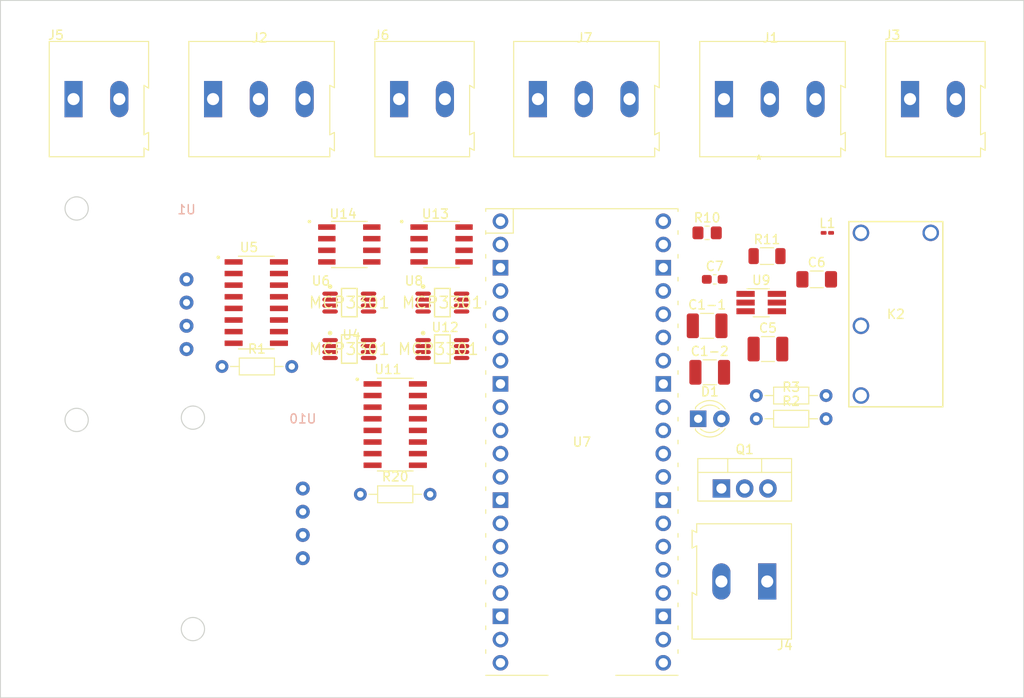
<source format=kicad_pcb>
(kicad_pcb (version 20221018) (generator pcbnew)
  (layers (0 "F.Cu" signal) (31 "B.Cu" signal) (34 "B.Paste" user) (35 "F.Paste" user) (36 "B.SilkS" user "B.Silkscreen") (37 "F.SilkS" user "F.Silkscreen") (38 "B.Mask" user) (39 "F.Mask" user) (44 "Edge.Cuts" user))
  (net 0 "")
  (net 1 "3.3V")
  (net 2 "5V")
  (net 3 "GND")
  (net 4 "DAC_ACTIVE")
  (net 5 "Net-(U9-FB)")
  (net 6 "+5V")
  (net 7 "CLK")
  (net 8 "12V")
  (net 9 "Net-(U9-BST)")
  (net 10 "Net-(U9-SW)")
  (net 11 "Net-(D1-K)")
  (net 12 "relay_module_input")
  (net 13 "pressure_input1")
  (net 14 "pressure_output1")
  (net 17 "Net-(J4-Pin_2)")
  (net 18 "pressure_input2")
  (net 19 "pressure_output2")
  (net 21 "GPIO5")
  (net 22 "Net-(R1-Pad1)")
  (net 23 "Net-(R1-Pad2)")
  (net 24 "Net-(R20-Pad1)")
  (net 25 "Net-(R20-Pad2)")
  (net 26 "pressure_output_reg2")
  (net 27 "ADC_2_ACTIVE")
  (net 28 "MISO_3V_reg2")
  (net 30 "Net-(U1-+out)")
  (net 31 "Net-(U1--out)")
  (net 32 "Net-(U5-SENSE)")
  (net 37 "ADC_1_ACTIVE")
  (net 38 "MISO_reg1")
  (net 39 "pressure_output_reg1")
  (net 40 "MISO_3V_reg1")
  (net 42 "Net-(U10-+out)")
  (net 43 "Net-(U10--out)")
  (net 44 "Net-(U11-SENSE)")
  (net 49 "MISO_reg2")
  (net 50 "MOSI_reg2")
  (net 51 "MOSI_reg1")
  (net 56 "DAC_1_ACTIVE")
  (net 57 "DAC_2_ACTIVE")
  (footprint "IN125UA:SOIC127P600X175-16N" (layer "F.Cu") (at 88.9 101.6)
    (fp_text reference "U5" (at -0.795 -6.035) (layer "F.SilkS"))
    (fp_text value "INA125P")
    (fp_line (start -1.95 -5.065) (end 1.95 -5.065) (stroke (width 0.127)) (layer "F.SilkS"))
    (fp_line (start -1.95 5.065) (end 1.95 5.065) (stroke (width 0.127)) (layer "F.SilkS"))
    (fp_circle (center -4.145 -4.945) (end -4.045 -4.945) (stroke (width 0.2)) (fill none) (layer "F.SilkS"))
    (pad "1" smd roundrect (at -2.475 -4.445) (size 1.97 0.6) (layers "F.Cu" "F.Paste" "F.Mask") (roundrect_rratio 0.07) (net 2 "5V"))
    (pad "2" smd roundrect (at -2.475 -3.175) (size 1.97 0.6) (layers "F.Cu" "F.Paste" "F.Mask") (roundrect_rratio 0.07) (net 2 "5V"))
    (pad "3" smd roundrect (at -2.475 -1.905) (size 1.97 0.6) (layers "F.Cu" "F.Paste" "F.Mask") (roundrect_rratio 0.07) (net 3 "GND"))
    (pad "4" smd roundrect (at -2.475 -0.635) (size 1.97 0.6) (layers "F.Cu" "F.Paste" "F.Mask") (roundrect_rratio 0.07))
    (pad "5" smd roundrect (at -2.475 0.635) (size 1.97 0.6) (layers "F.Cu" "F.Paste" "F.Mask") (roundrect_rratio 0.07) (net 3 "GND"))
    (pad "6" smd roundrect (at -2.475 1.905) (size 1.97 0.6) (layers "F.Cu" "F.Paste" "F.Mask") (roundrect_rratio 0.07) (net 30 "Net-(U1-+out)"))
    (pad "7" smd roundrect (at -2.475 3.175) (size 1.97 0.6) (layers "F.Cu" "F.Paste" "F.Mask") (roundrect_rratio 0.07) (net 31 "Net-(U1--out)"))
    (pad "8" smd roundrect (at -2.475 4.445) (size 1.97 0.6) (layers "F.Cu" "F.Paste" "F.Mask") (roundrect_rratio 0.07) (net 22 "Net-(R1-Pad1)"))
    (pad "9" smd roundrect (at 2.475 4.445) (size 1.97 0.6) (layers "F.Cu" "F.Paste" "F.Mask") (roundrect_rratio 0.07) (net 23 "Net-(R1-Pad2)"))
    (pad "10" smd roundrect (at 2.475 3.175) (size 1.97 0.6) (layers "F.Cu" "F.Paste" "F.Mask") (roundrect_rratio 0.07) (net 32 "Net-(U5-SENSE)"))
    (pad "11" smd roundrect (at 2.475 1.905) (size 1.97 0.6) (layers "F.Cu" "F.Paste" "F.Mask") (roundrect_rratio 0.07) (net 32 "Net-(U5-SENSE)"))
    (pad "12" smd roundrect (at 2.475 0.635) (size 1.97 0.6) (layers "F.Cu" "F.Paste" "F.Mask") (roundrect_rratio 0.07) (net 3 "GND"))
    (pad "13" smd roundrect (at 2.475 -0.635) (size 1.97 0.6) (layers "F.Cu" "F.Paste" "F.Mask") (roundrect_rratio 0.07))
    (pad "14" smd roundrect (at 2.475 -1.905) (size 1.97 0.6) (layers "F.Cu" "F.Paste" "F.Mask") (roundrect_rratio 0.07))
    (pad "15" smd roundrect (at 2.475 -3.175) (size 1.97 0.6) (layers "F.Cu" "F.Paste" "F.Mask") (roundrect_rratio 0.07))
    (pad "16" smd roundrect (at 2.475 -4.445) (size 1.97 0.6) (layers "F.Cu" "F.Paste" "F.Mask") (roundrect_rratio 0.07))
  )
  (footprint "TerminalBlock:TerminalBlock_Altech_AK300-3_P5.00mm" (layer "F.Cu") (at 139.98 79.36)
    (fp_text reference "J1" (at 5.09 -6.695) (layer "F.SilkS"))
    (fp_text value "Screw_Terminal_01x03")
    (fp_line (start -2.65 -6.3) (end -2.65 6.3) (stroke (width 0.12)) (layer "F.SilkS"))
    (fp_line (start -2.65 6.3) (end 12.75 6.3) (stroke (width 0.12)) (layer "F.SilkS"))
    (fp_line (start 12.75 -1.5) (end 13.25 -1.25) (stroke (width 0.12)) (layer "F.SilkS"))
    (fp_line (start 12.75 3.9) (end 12.75 -1.5) (stroke (width 0.12)) (layer "F.SilkS"))
    (fp_line (start 12.75 5.35) (end 13.25 5.65) (stroke (width 0.12)) (layer "F.SilkS"))
    (fp_line (start 12.75 6.3) (end 12.75 5.35) (stroke (width 0.12)) (layer "F.SilkS"))
    (fp_line (start 13.25 -6.3) (end -2.65 -6.3) (stroke (width 0.12)) (layer "F.SilkS"))
    (fp_line (start 13.25 -1.25) (end 13.25 -6.3) (stroke (width 0.12)) (layer "F.SilkS"))
    (fp_line (start 13.25 3.65) (end 12.75 3.9) (stroke (width 0.12)) (layer "F.SilkS"))
    (fp_line (start 13.25 5.65) (end 13.25 3.65) (stroke (width 0.12)) (layer "F.SilkS"))
    (pad "1" thru_hole rect (at 0 0) (size 1.98 3.96) (drill 1.32) (layers "*.Cu" "*.Mask") (net 8 "12V"))
    (pad "2" thru_hole oval (at 5 0) (size 1.98 3.96) (drill 1.32) (layers "*.Cu" "*.Mask") (net 3 "GND"))
    (pad "3" thru_hole oval (at 10 0) (size 1.98 3.96) (drill 1.32) (layers "*.Cu" "*.Mask") (net 12 "relay_module_input"))
  )
  (footprint "TerminalBlock:TerminalBlock_Altech_AK300-3_P5.00mm" (layer "F.Cu") (at 119.66 79.36)
    (fp_text reference "J7" (at 5.09 -6.695) (layer "F.SilkS"))
    (fp_text value "Screw_Terminal_01x03")
    (fp_line (start -2.65 -6.3) (end -2.65 6.3) (stroke (width 0.12)) (layer "F.SilkS"))
    (fp_line (start -2.65 6.3) (end 12.75 6.3) (stroke (width 0.12)) (layer "F.SilkS"))
    (fp_line (start 12.75 -1.5) (end 13.25 -1.25) (stroke (width 0.12)) (layer "F.SilkS"))
    (fp_line (start 12.75 3.9) (end 12.75 -1.5) (stroke (width 0.12)) (layer "F.SilkS"))
    (fp_line (start 12.75 5.35) (end 13.25 5.65) (stroke (width 0.12)) (layer "F.SilkS"))
    (fp_line (start 12.75 6.3) (end 12.75 5.35) (stroke (width 0.12)) (layer "F.SilkS"))
    (fp_line (start 13.25 -6.3) (end -2.65 -6.3) (stroke (width 0.12)) (layer "F.SilkS"))
    (fp_line (start 13.25 -1.25) (end 13.25 -6.3) (stroke (width 0.12)) (layer "F.SilkS"))
    (fp_line (start 13.25 3.65) (end 12.75 3.9) (stroke (width 0.12)) (layer "F.SilkS"))
    (fp_line (start 13.25 5.65) (end 13.25 3.65) (stroke (width 0.12)) (layer "F.SilkS"))
    (pad "1" thru_hole rect (at 0 0) (size 1.98 3.96) (drill 1.32) (layers "*.Cu" "*.Mask") (net 18 "pressure_input2"))
    (pad "2" thru_hole oval (at 5 0) (size 1.98 3.96) (drill 1.32) (layers "*.Cu" "*.Mask") (net 19 "pressure_output2"))
    (pad "3" thru_hole oval (at 10 0) (size 1.98 3.96) (drill 1.32) (layers "*.Cu" "*.Mask"))
  )
  (footprint "Inductor_SMD:L_0201_0603Metric_Pad0.64x0.40mm_HandSolder" (layer "F.Cu") (at 151.27 93.98)
    (fp_text reference "L1" (at 0 -1.05) (layer "F.SilkS"))
    (fp_text value "4.7u")
    (pad "1" smd roundrect (at -0.4075 0) (size 0.635 0.4) (layers "F.Cu" "F.Mask") (net 10 "Net-(U9-SW)"))
    (pad "2" smd roundrect (at 0.4075 0) (size 0.635 0.4) (layers "F.Cu" "F.Mask") (net 6 "+5V"))
  )
  (footprint "Capacitor_SMD:C_1210_3225Metric_Pad1.33x2.70mm_HandSolder" (layer "F.Cu") (at 144.78 106.68)
    (fp_text reference "C5" (at 0 -2.3) (layer "F.SilkS"))
    (fp_text value "10μ")
    (fp_line (start -0.711252 -1.36) (end 0.711252 -1.36) (stroke (width 0.12)) (layer "F.SilkS"))
    (fp_line (start -0.711252 1.36) (end 0.711252 1.36) (stroke (width 0.12)) (layer "F.SilkS"))
    (pad "1" smd roundrect (at -1.5625 0) (size 1.325 2.7) (layers "F.Cu" "F.Paste" "F.Mask") (roundrect_rratio 0.188679) (net 8 "12V"))
    (pad "2" smd roundrect (at 1.5625 0) (size 1.325 2.7) (layers "F.Cu" "F.Paste" "F.Mask") (roundrect_rratio 0.188679) (net 3 "GND"))
  )
  (footprint "MCP3301-MS:Microchip-MCP3301-BI_MS-Level_B" (layer "F.Cu") (at 109.22 101.6)
    (fp_text reference "U8" (at -4.199999 -2.375003) (layer "F.SilkS") (effects (justify left)))
    (fp_text value "MCP3301" (at 0 0) (layer "F.SilkS") (effects (font (size 1.27 1.27))))
    (fp_line (start -0.849998 -1.550002) (end 0.850001 -1.550002) (stroke (width 0.15)) (layer "F.SilkS"))
    (fp_line (start -0.849998 1.549997) (end -0.849998 -1.550002) (stroke (width 0.15)) (layer "F.SilkS"))
    (fp_line (start -0.849998 1.549997) (end 0.850001 1.549997) (stroke (width 0.15)) (layer "F.SilkS"))
    (fp_line (start 0.850001 1.549997) (end 0.850001 -1.550002) (stroke (width 0.15)) (layer "F.SilkS"))
    (fp_circle (center -2.099998 -1.750002) (end -1.974997 -1.750002) (stroke (width 0.249999)) (fill none) (layer "F.SilkS"))
    (pad "1" smd roundrect (at -2.099998 -0.975002 270) (size 0.449999 1.699999) (layers "F.Cu" "F.Paste" "F.Mask") (roundrect_rratio 0.5) (net 2 "5V"))
    (pad "2" smd roundrect (at -2.099998 -0.325001 270) (size 0.449999 1.699999) (layers "F.Cu" "F.Paste" "F.Mask") (roundrect_rratio 0.5) (net 39 "pressure_output_reg1"))
    (pad "3" smd roundrect (at -2.099998 0.324998 270) (size 0.449999 1.699999) (layers "F.Cu" "F.Paste" "F.Mask") (roundrect_rratio 0.5) (net 3 "GND"))
    (pad "4" smd roundrect (at -2.099998 0.974999 270) (size 0.449999 1.699999) (layers "F.Cu" "F.Paste" "F.Mask") (roundrect_rratio 0.5) (net 3 "GND"))
    (pad "5" smd roundrect (at 2.100001 0.974999 270) (size 0.449999 1.699999) (layers "F.Cu" "F.Paste" "F.Mask") (roundrect_rratio 0.5) (net 37 "ADC_1_ACTIVE"))
    (pad "6" smd roundrect (at 2.100001 0.324998 270) (size 0.449999 1.699999) (layers "F.Cu" "F.Paste" "F.Mask") (roundrect_rratio 0.5) (net 40 "MISO_3V_reg1"))
    (pad "7" smd roundrect (at 2.100001 -0.325001 270) (size 0.449999 1.699999) (layers "F.Cu" "F.Paste" "F.Mask") (roundrect_rratio 0.5) (net 7 "CLK"))
    (pad "8" smd roundrect (at 2.100001 -0.975002 270) (size 0.449999 1.699999) (layers "F.Cu" "F.Paste" "F.Mask") (roundrect_rratio 0.5) (net 2 "5V"))
  )
  (footprint "TerminalBlock:TerminalBlock_Altech_AK300-3_P5.00mm" (layer "F.Cu") (at 84.18 79.36)
    (fp_text reference "J2" (at 5.09 -6.695) (layer "F.SilkS"))
    (fp_text value "Screw_Terminal_01x03")
    (fp_line (start -2.65 -6.3) (end -2.65 6.3) (stroke (width 0.12)) (layer "F.SilkS"))
    (fp_line (start -2.65 6.3) (end 12.75 6.3) (stroke (width 0.12)) (layer "F.SilkS"))
    (fp_line (start 12.75 -1.5) (end 13.25 -1.25) (stroke (width 0.12)) (layer "F.SilkS"))
    (fp_line (start 12.75 3.9) (end 12.75 -1.5) (stroke (width 0.12)) (layer "F.SilkS"))
    (fp_line (start 12.75 5.35) (end 13.25 5.65) (stroke (width 0.12)) (layer "F.SilkS"))
    (fp_line (start 12.75 6.3) (end 12.75 5.35) (stroke (width 0.12)) (layer "F.SilkS"))
    (fp_line (start 13.25 -6.3) (end -2.65 -6.3) (stroke (width 0.12)) (layer "F.SilkS"))
    (fp_line (start 13.25 -1.25) (end 13.25 -6.3) (stroke (width 0.12)) (layer "F.SilkS"))
    (fp_line (start 13.25 3.65) (end 12.75 3.9) (stroke (width 0.12)) (layer "F.SilkS"))
    (fp_line (start 13.25 5.65) (end 13.25 3.65) (stroke (width 0.12)) (layer "F.SilkS"))
    (pad "1" thru_hole rect (at 0 0) (size 1.98 3.96) (drill 1.32) (layers "*.Cu" "*.Mask") (net 13 "pressure_input1"))
    (pad "2" thru_hole oval (at 5 0) (size 1.98 3.96) (drill 1.32) (layers "*.Cu" "*.Mask") (net 14 "pressure_output1"))
    (pad "3" thru_hole oval (at 10 0) (size 1.98 3.96) (drill 1.32) (layers "*.Cu" "*.Mask"))
  )
  (footprint "MCP3301-MS:Microchip-MCP3301-BI_MS-Level_B" (layer "F.Cu") (at 109.22 106.68)
    (fp_text reference "U12" (at -1.27 -2.375003) (layer "F.SilkS") (effects (justify left)))
    (fp_text value "MCP3301" (at -0.439999 -0.000002) (layer "F.SilkS") (effects (font (size 1.27 1.27))))
    (fp_line (start -0.849998 -1.550002) (end 0.850001 -1.550002) (stroke (width 0.15)) (layer "F.SilkS"))
    (fp_line (start -0.849998 1.549997) (end -0.849998 -1.550002) (stroke (width 0.15)) (layer "F.SilkS"))
    (fp_line (start -0.849998 1.549997) (end 0.850001 1.549997) (stroke (width 0.15)) (layer "F.SilkS"))
    (fp_line (start 0.850001 1.549997) (end 0.850001 -1.550002) (stroke (width 0.15)) (layer "F.SilkS"))
    (fp_circle (center -2.099998 -1.750002) (end -1.974997 -1.750002) (stroke (width 0.249999)) (fill none) (layer "F.SilkS"))
    (pad "1" smd roundrect (at -2.099998 -0.975002 270) (size 0.449999 1.699999) (layers "F.Cu" "F.Paste" "F.Mask") (roundrect_rratio 0.5) (net 2 "5V"))
    (pad "2" smd roundrect (at -2.099998 -0.325001 270) (size 0.449999 1.699999) (layers "F.Cu" "F.Paste" "F.Mask") (roundrect_rratio 0.5) (net 44 "Net-(U11-SENSE)"))
    (pad "3" smd roundrect (at -2.099998 0.324998 270) (size 0.449999 1.699999) (layers "F.Cu" "F.Paste" "F.Mask") (roundrect_rratio 0.5) (net 3 "GND"))
    (pad "4" smd roundrect (at -2.099998 0.974999 270) (size 0.449999 1.699999) (layers "F.Cu" "F.Paste" "F.Mask") (roundrect_rratio 0.5) (net 3 "GND"))
    (pad "5" smd roundrect (at 2.100001 0.974999 270) (size 0.449999 1.699999) (layers "F.Cu" "F.Paste" "F.Mask") (roundrect_rratio 0.5) (net 37 "ADC_1_ACTIVE"))
    (pad "6" smd roundrect (at 2.100001 0.324998 270) (size 0.449999 1.699999) (layers "F.Cu" "F.Paste" "F.Mask") (roundrect_rratio 0.5) (net 49 "MISO_reg2"))
    (pad "7" smd roundrect (at 2.100001 -0.325001 270) (size 0.449999 1.699999) (layers "F.Cu" "F.Paste" "F.Mask") (roundrect_rratio 0.5) (net 7 "CLK"))
    (pad "8" smd roundrect (at 2.100001 -0.975002 270) (size 0.449999 1.699999) (layers "F.Cu" "F.Paste" "F.Mask") (roundrect_rratio 0.5) (net 2 "5V"))
  )
  (footprint "LED_THT:LED_D3.0mm" (layer "F.Cu") (at 137.16 114.3)
    (fp_text reference "D1" (at 1.27 -2.96) (layer "F.SilkS"))
    (fp_text value "LED")
    (fp_line (start -0.29 -1.236) (end -0.29 -1.08) (stroke (width 0.12)) (layer "F.SilkS"))
    (fp_line (start -0.29 1.08) (end -0.29 1.236) (stroke (width 0.12)) (layer "F.SilkS"))
    (fp_arc (start -0.29 -1.235516) (mid 1.366487 -1.987659) (end 2.942335 -1.078608) (stroke (width 0.12)) (layer "F.SilkS"))
    (fp_arc (start 0.229039 -1.08) (mid 1.270117 -1.5) (end 2.31113 -1.079837) (stroke (width 0.12)) (layer "F.SilkS"))
    (fp_arc (start 2.31113 1.079837) (mid 1.270117 1.5) (end 0.229039 1.08) (stroke (width 0.12)) (layer "F.SilkS"))
    (fp_arc (start 2.942335 1.078608) (mid 1.366487 1.987659) (end -0.29 1.235516) (stroke (width 0.12)) (layer "F.SilkS"))
    (pad "1" thru_hole rect (at 0 0) (size 1.8 1.8) (drill 0.9) (layers "*.Cu" "*.Mask") (net 11 "Net-(D1-K)"))
    (pad "2" thru_hole circle (at 2.54 0) (size 1.8 1.8) (drill 0.9) (layers "*.Cu" "*.Mask") (net 2 "5V"))
  )
  (footprint "ALQ_RELAy:RELAY_ALQ3_PAN" (layer "F.Cu") (at 154.94 93.98)
    (fp_text reference "K2" (at 3.81 8.89 unlocked) (layer "F.SilkS"))
    (fp_text value "ALQ305")
    (fp_text user "*" (at -11.15 -7.9398) (layer "F.SilkS"))
    (fp_text user "*" (at -11.15 -7.9398 unlocked) (layer "F.SilkS"))
    (fp_line (start -1.3208 -1.2319) (end -1.3208 19.0119) (stroke (width 0.1524)) (layer "F.SilkS"))
    (fp_line (start -1.3208 19.0119) (end -0.079149 19.0119) (stroke (width 0.1524)) (layer "F.SilkS"))
    (fp_line (start -0.079149 -1.2319) (end -1.3208 -1.2319) (stroke (width 0.1524)) (layer "F.SilkS"))
    (fp_line (start 0.079149 19.0119) (end 8.9408 19.0119) (stroke (width 0.1524)) (layer "F.SilkS"))
    (fp_line (start 7.540851 -1.2319) (end 0.079149 -1.2319) (stroke (width 0.1524)) (layer "F.SilkS"))
    (fp_line (start 8.9408 -1.2319) (end 7.699149 -1.2319) (stroke (width 0.1524)) (layer "F.SilkS"))
    (fp_line (start 8.9408 19.0119) (end 8.9408 -1.2319) (stroke (width 0.1524)) (layer "F.SilkS"))
    (pad "1" thru_hole circle (at 0 0) (size 1.8034 1.8034) (drill 1.2954) (layers "*.Cu" "*.Mask"))
    (pad "2" thru_hole circle (at 7.62 0) (size 1.8034 1.8034) (drill 1.2954) (layers "*.Cu" "*.Mask"))
    (pad "3" thru_hole circle (at 0 10.16) (size 1.8034 1.8034) (drill 1.2954) (layers "*.Cu" "*.Mask"))
    (pad "4" thru_hole circle (at 0 17.78) (size 1.8034 1.8034) (drill 1.2954) (layers "*.Cu" "*.Mask"))
  )
  (footprint "Resistor_THT:R_Axial_DIN0204_L3.6mm_D1.6mm_P7.62mm_Horizontal" (layer "F.Cu") (at 143.51 111.76)
    (fp_text reference "R3" (at 3.81 -0.92) (layer "F.SilkS"))
    (fp_text value "220")
    (fp_line (start 0.94 0) (end 1.89 0) (stroke (width 0.12)) (layer "F.SilkS"))
    (fp_line (start 1.89 -0.92) (end 1.89 0.92) (stroke (width 0.12)) (layer "F.SilkS"))
    (fp_line (start 1.89 0.92) (end 5.73 0.92) (stroke (width 0.12)) (layer "F.SilkS"))
    (fp_line (start 5.73 -0.92) (end 1.89 -0.92) (stroke (width 0.12)) (layer "F.SilkS"))
    (fp_line (start 5.73 0.92) (end 5.73 -0.92) (stroke (width 0.12)) (layer "F.SilkS"))
    (fp_line (start 6.68 0) (end 5.73 0) (stroke (width 0.12)) (layer "F.SilkS"))
    (pad "1" thru_hole circle (at 0 0) (size 1.4 1.4) (drill 0.7) (layers "*.Cu" "*.Mask") (net 11 "Net-(D1-K)"))
    (pad "2" thru_hole oval (at 7.62 0) (size 1.4 1.4) (drill 0.7) (layers "*.Cu" "*.Mask") (net 3 "GND"))
  )
  (footprint "MCP3301-MS:Microchip-MCP3301-BI_MS-Level_B" (layer "F.Cu") (at 99.06 106.68)
    (fp_text reference "U4" (at -0.849998 -1.550002) (layer "F.SilkS") (effects (justify left)))
    (fp_text value "MCP3301" (at 0 0) (layer "F.SilkS") (effects (font (size 1.27 1.27))))
    (fp_line (start -0.849998 -1.550002) (end 0.850001 -1.550002) (stroke (width 0.15)) (layer "F.SilkS"))
    (fp_line (start -0.849998 1.549997) (end -0.849998 -1.550002) (stroke (width 0.15)) (layer "F.SilkS"))
    (fp_line (start -0.849998 1.549997) (end 0.850001 1.549997) (stroke (width 0.15)) (layer "F.SilkS"))
    (fp_line (start 0.850001 1.549997) (end 0.850001 -1.550002) (stroke (width 0.15)) (layer "F.SilkS"))
    (fp_circle (center -2.099998 -1.750002) (end -1.974997 -1.750002) (stroke (width 0.249999)) (fill none) (layer "F.SilkS"))
    (pad "1" smd roundrect (at -2.099998 -0.975002 270) (size 0.449999 1.699999) (layers "F.Cu" "F.Paste" "F.Mask") (roundrect_rratio 0.5) (net 2 "5V"))
    (pad "2" smd roundrect (at -2.099998 -0.325001 270) (size 0.449999 1.699999) (layers "F.Cu" "F.Paste" "F.Mask") (roundrect_rratio 0.5) (net 26 "pressure_output_reg2"))
    (pad "3" smd roundrect (at -2.099998 0.324998 270) (size 0.449999 1.699999) (layers "F.Cu" "F.Paste" "F.Mask") (roundrect_rratio 0.5) (net 3 "GND"))
    (pad "4" smd roundrect (at -2.099998 0.974999 270) (size 0.449999 1.699999) (layers "F.Cu" "F.Paste" "F.Mask") (roundrect_rratio 0.5) (net 3 "GND"))
    (pad "5" smd roundrect (at 2.100001 0.974999 270) (size 0.449999 1.699999) (layers "F.Cu" "F.Paste" "F.Mask") (roundrect_rratio 0.5) (net 27 "ADC_2_ACTIVE"))
    (pad "6" smd roundrect (at 2.100001 0.324998 270) (size 0.449999 1.699999) (layers "F.Cu" "F.Paste" "F.Mask") (roundrect_rratio 0.5) (net 28 "MISO_3V_reg2"))
    (pad "7" smd roundrect (at 2.100001 -0.325001 270) (size 0.449999 1.699999) (layers "F.Cu" "F.Paste" "F.Mask") (roundrect_rratio 0.5) (net 7 "CLK"))
    (pad "8" smd roundrect (at 2.100001 -0.975002 270) (size 0.449999 1.699999) (layers "F.Cu" "F.Paste" "F.Mask") (roundrect_rratio 0.5) (net 2 "5V"))
  )
  (footprint "TerminalBlock:TerminalBlock_Altech_AK300-2_P5.00mm" (layer "F.Cu") (at 68.94 79.36)
    (fp_text reference "J5" (at -1.92 -6.99) (layer "F.SilkS"))
    (fp_text value "Screw_Terminal_01x03")
    (fp_line (start -2.65 -6.3) (end -2.65 6.3) (stroke (width 0.12)) (layer "F.SilkS"))
    (fp_line (start -2.65 6.3) (end 7.7 6.3) (stroke (width 0.12)) (layer "F.SilkS"))
    (fp_line (start 7.7 -1.5) (end 8.2 -1.2) (stroke (width 0.12)) (layer "F.SilkS"))
    (fp_line (start 7.7 3.9) (end 7.7 -1.5) (stroke (width 0.12)) (layer "F.SilkS"))
    (fp_line (start 7.7 5.35) (end 8.2 5.6) (stroke (width 0.12)) (layer "F.SilkS"))
    (fp_line (start 7.7 6.3) (end 7.7 5.35) (stroke (width 0.12)) (layer "F.SilkS"))
    (fp_line (start 8.2 -6.3) (end -2.65 -6.3) (stroke (width 0.12)) (layer "F.SilkS"))
    (fp_line (start 8.2 -1.2) (end 8.2 -6.3) (stroke (width 0.12)) (layer "F.SilkS"))
    (fp_line (start 8.2 3.65) (end 7.7 3.9) (stroke (width 0.12)) (layer "F.SilkS"))
    (fp_line (start 8.2 3.7) (end 8.2 3.65) (stroke (width 0.12)) (layer "F.SilkS"))
    (fp_line (start 8.2 5.6) (end 8.2 3.7) (stroke (width 0.12)) (layer "F.SilkS"))
    (pad "1" thru_hole rect (at 0 0) (size 1.98 3.96) (drill 1.32) (layers "*.Cu" "*.Mask") (net 13 "pressure_input1"))
    (pad "2" thru_hole oval (at 5 0) (size 1.98 3.96) (drill 1.32) (layers "*.Cu" "*.Mask") (net 3 "GND"))
  )
  (footprint "Resistor_THT:R_Axial_DIN0204_L3.6mm_D1.6mm_P7.62mm_Horizontal" (layer "F.Cu") (at 143.51 114.3)
    (fp_text reference "R2" (at 3.81 -1.92) (layer "F.SilkS"))
    (fp_text value "10k")
    (fp_line (start 0.94 0) (end 1.89 0) (stroke (width 0.12)) (layer "F.SilkS"))
    (fp_line (start 1.89 -0.92) (end 1.89 0.92) (stroke (width 0.12)) (layer "F.SilkS"))
    (fp_line (start 1.89 0.92) (end 5.73 0.92) (stroke (width 0.12)) (layer "F.SilkS"))
    (fp_line (start 5.73 -0.92) (end 1.89 -0.92) (stroke (width 0.12)) (layer "F.SilkS"))
    (fp_line (start 5.73 0.92) (end 5.73 -0.92) (stroke (width 0.12)) (layer "F.SilkS"))
    (fp_line (start 6.68 0) (end 5.73 0) (stroke (width 0.12)) (layer "F.SilkS"))
    (pad "1" thru_hole circle (at 0 0) (size 1.4 1.4) (drill 0.7) (layers "*.Cu" "*.Mask") (net 21 "GPIO5"))
    (pad "2" thru_hole oval (at 7.62 0) (size 1.4 1.4) (drill 0.7) (layers "*.Cu" "*.Mask") (net 3 "GND"))
  )
  (footprint "MCP4921-MS_REAL:SOIC127P600X175-8N" (layer "F.Cu") (at 99.06 95.25)
    (fp_text reference "U14" (at -0.675 -3.337) (layer "F.SilkS"))
    (fp_text value "MCP4921-EP")
    (fp_line (start -1.95 -2.525) (end 1.95 -2.525) (stroke (width 0.127)) (layer "F.SilkS"))
    (fp_line (start -1.95 2.525) (end 1.95 2.525) (stroke (width 0.127)) (layer "F.SilkS"))
    (fp_circle (center -4.355 -2.505) (end -4.255 -2.505) (stroke (width 0.2)) (fill none) (layer "F.SilkS"))
    (pad "1" smd roundrect (at -2.455 -1.905) (size 1.9 0.6) (layers "F.Cu" "F.Paste" "F.Mask") (roundrect_rratio 0.07) (net 1 "3.3V"))
    (pad "2" smd roundrect (at -2.455 -0.635) (size 1.9 0.6) (layers "F.Cu" "F.Paste" "F.Mask") (roundrect_rratio 0.07) (net 4 "DAC_ACTIVE"))
    (pad "3" smd roundrect (at -2.455 0.635) (size 1.9 0.6) (layers "F.Cu" "F.Paste" "F.Mask") (roundrect_rratio 0.07) (net 7 "CLK"))
    (pad "4" smd roundrect (at -2.455 1.905) (size 1.9 0.6) (layers "F.Cu" "F.Paste" "F.Mask") (roundrect_rratio 0.07) (net 51 "MOSI_reg1"))
    (pad "5" smd roundrect (at 2.455 1.905) (size 1.9 0.6) (layers "F.Cu" "F.Paste" "F.Mask") (roundrect_rratio 0.07) (net 3 "GND"))
    (pad "6" smd roundrect (at 2.455 0.635) (size 1.9 0.6) (layers "F.Cu" "F.Paste" "F.Mask") (roundrect_rratio 0.07) (net 1 "3.3V"))
    (pad "7" smd roundrect (at 2.455 -0.635) (size 1.9 0.6) (layers "F.Cu" "F.Paste" "F.Mask") (roundrect_rratio 0.07) (net 3 "GND"))
    (pad "8" smd roundrect (at 2.455 -1.905) (size 1.9 0.6) (layers "F.Cu" "F.Paste" "F.Mask") (roundrect_rratio 0.07) (net 13 "pressure_input1"))
  )
  (footprint "MCP4921-MS_REAL:SOIC127P600X175-8N" (layer "F.Cu") (at 109.135 95.25)
    (fp_text reference "U13" (at -0.675 -3.337) (layer "F.SilkS"))
    (fp_text value "MCP4921-EP")
    (fp_line (start -1.95 -2.525) (end 1.95 -2.525) (stroke (width 0.127)) (layer "F.SilkS"))
    (fp_line (start -1.95 2.525) (end 1.95 2.525) (stroke (width 0.127)) (layer "F.SilkS"))
    (fp_circle (center -4.355 -2.505) (end -4.255 -2.505) (stroke (width 0.2)) (fill none) (layer "F.SilkS"))
    (pad "1" smd roundrect (at -2.455 -1.905) (size 1.9 0.6) (layers "F.Cu" "F.Paste" "F.Mask") (roundrect_rratio 0.07) (net 1 "3.3V"))
    (pad "2" smd roundrect (at -2.455 -0.635) (size 1.9 0.6) (layers "F.Cu" "F.Paste" "F.Mask") (roundrect_rratio 0.07) (net 4 "DAC_ACTIVE"))
    (pad "3" smd roundrect (at -2.455 0.635) (size 1.9 0.6) (layers "F.Cu" "F.Paste" "F.Mask") (roundrect_rratio 0.07) (net 7 "CLK"))
    (pad "4" smd roundrect (at -2.455 1.905) (size 1.9 0.6) (layers "F.Cu" "F.Paste" "F.Mask") (roundrect_rratio 0.07) (net 50 "MOSI_reg2"))
    (pad "5" smd roundrect (at 2.455 1.905) (size 1.9 0.6) (layers "F.Cu" "F.Paste" "F.Mask") (roundrect_rratio 0.07) (net 3 "GND"))
    (pad "6" smd roundrect (at 2.455 0.635) (size 1.9 0.6) (layers "F.Cu" "F.Paste" "F.Mask") (roundrect_rratio 0.07) (net 1 "3.3V"))
    (pad "7" smd roundrect (at 2.455 -0.635) (size 1.9 0.6) (layers "F.Cu" "F.Paste" "F.Mask") (roundrect_rratio 0.07) (net 3 "GND"))
    (pad "8" smd roundrect (at 2.455 -1.905) (size 1.9 0.6) (layers "F.Cu" "F.Paste" "F.Mask") (roundrect_rratio 0.07) (net 18 "pressure_input2"))
  )
  (footprint "Capacitor_SMD:C_1210_3225Metric_Pad1.33x2.70mm_HandSolder" (layer "F.Cu") (at 138.4225 109.22)
    (fp_text reference "C1-2" (at 0 -2.3) (layer "F.SilkS"))
    (fp_text value "22μ")
    (fp_line (start -0.711252 -1.36) (end 0.711252 -1.36) (stroke (width 0.12)) (layer "F.SilkS"))
    (fp_line (start -0.711252 1.36) (end 0.711252 1.36) (stroke (width 0.12)) (layer "F.SilkS"))
    (pad "1" smd roundrect (at -1.5625 0) (size 1.325 2.7) (layers "F.Cu" "F.Paste" "F.Mask") (roundrect_rratio 0.188679) (net 6 "+5V"))
    (pad "2" smd roundrect (at 1.5625 0) (size 1.325 2.7) (layers "F.Cu" "F.Paste" "F.Mask") (roundrect_rratio 0.188679) (net 3 "GND"))
  )
  (footprint "TerminalBlock:TerminalBlock_Altech_AK300-2_P5.00mm" (layer "F.Cu") (at 144.7 132.08 180)
    (fp_text reference "J4" (at -1.92 -6.99) (layer "F.SilkS"))
    (fp_text value "Screw_Terminal_01x03")
    (fp_line (start -2.65 -6.3) (end -2.65 6.3) (stroke (width 0.12)) (layer "F.SilkS"))
    (fp_line (start -2.65 6.3) (end 7.7 6.3) (stroke (width 0.12)) (layer "F.SilkS"))
    (fp_line (start 7.7 -1.5) (end 8.2 -1.2) (stroke (width 0.12)) (layer "F.SilkS"))
    (fp_line (start 7.7 3.9) (end 7.7 -1.5) (stroke (width 0.12)) (layer "F.SilkS"))
    (fp_line (start 7.7 5.35) (end 8.2 5.6) (stroke (width 0.12)) (layer "F.SilkS"))
    (fp_line (start 7.7 6.3) (end 7.7 5.35) (stroke (width 0.12)) (layer "F.SilkS"))
    (fp_line (start 8.2 -6.3) (end -2.65 -6.3) (stroke (width 0.12)) (layer "F.SilkS"))
    (fp_line (start 8.2 -1.2) (end 8.2 -6.3) (stroke (width 0.12)) (layer "F.SilkS"))
    (fp_line (start 8.2 3.65) (end 7.7 3.9) (stroke (width 0.12)) (layer "F.SilkS"))
    (fp_line (start 8.2 3.7) (end 8.2 3.65) (stroke (width 0.12)) (layer "F.SilkS"))
    (fp_line (start 8.2 5.6) (end 8.2 3.7) (stroke (width 0.12)) (layer "F.SilkS"))
    (pad "1" thru_hole rect (at 0 0 180) (size 1.98 3.96) (drill 1.32) (layers "*.Cu" "*.Mask") (net 2 "5V"))
    (pad "2" thru_hole oval (at 5 0 180) (size 1.98 3.96) (drill 1.32) (layers "*.Cu" "*.Mask") (net 17 "Net-(J4-Pin_2)"))
  )
  (footprint "Resistor_THT:R_Axial_DIN0204_L3.6mm_D1.6mm_P7.62mm_Horizontal" (layer "F.Cu") (at 85.155 108.585)
    (fp_text reference "R1" (at 3.81 -1.92) (layer "F.SilkS"))
    (fp_text value "810")
    (fp_line (start 0.94 0) (end 1.89 0) (stroke (width 0.12)) (layer "F.SilkS"))
    (fp_line (start 1.89 -0.92) (end 1.89 0.92) (stroke (width 0.12)) (layer "F.SilkS"))
    (fp_line (start 1.89 0.92) (end 5.73 0.92) (stroke (width 0.12)) (layer "F.SilkS"))
    (fp_line (start 5.73 -0.92) (end 1.89 -0.92) (stroke (width 0.12)) (layer "F.SilkS"))
    (fp_line (start 5.73 0.92) (end 5.73 -0.92) (stroke (width 0.12)) (layer "F.SilkS"))
    (fp_line (start 6.68 0) (end 5.73 0) (stroke (width 0.12)) (layer "F.SilkS"))
    (pad "1" thru_hole circle (at 0 0) (size 1.4 1.4) (drill 0.7) (layers "*.Cu" "*.Mask") (net 22 "Net-(R1-Pad1)"))
    (pad "2" thru_hole oval (at 7.62 0) (size 1.4 1.4) (drill 0.7) (layers "*.Cu" "*.Mask") (net 23 "Net-(R1-Pad2)"))
  )
  (footprint "Package_TO_SOT_SMD:TSOT-23-6_HandSoldering" (layer "F.Cu") (at 144.0475 101.6)
    (fp_text reference "U9" (at 0 -2.45) (layer "F.SilkS"))
    (fp_text value "AP63300WU-7")
    (fp_line (start -0.88 1.56) (end 0.88 1.56) (stroke (width 0.12)) (layer "F.SilkS"))
    (fp_line (start 0.88 -1.51) (end -1.55 -1.51) (stroke (width 0.12)) (layer "F.SilkS"))
    (pad "1" smd rect (at -1.71 -0.95) (size 2 0.65) (layers "F.Cu" "F.Paste" "F.Mask") (net 5 "Net-(U9-FB)"))
    (pad "2" smd rect (at -1.71 0) (size 2 0.65) (layers "F.Cu" "F.Paste" "F.Mask") (net 8 "12V"))
    (pad "3" smd rect (at -1.71 0.95) (size 2 0.65) (layers "F.Cu" "F.Paste" "F.Mask") (net 8 "12V"))
    (pad "4" smd rect (at 1.71 0.95) (size 2 0.65) (layers "F.Cu" "F.Paste" "F.Mask") (net 3 "GND"))
    (pad "5" smd rect (at 1.71 0) (size 2 0.65) (layers "F.Cu" "F.Paste" "F.Mask") (net 10 "Net-(U9-SW)"))
    (pad "6" smd rect (at 1.71 -0.95) (size 2 0.65) (layers "F.Cu" "F.Paste" "F.Mask") (net 9 "Net-(U9-BST)"))
  )
  (footprint "TerminalBlock:TerminalBlock_Altech_AK300-2_P5.00mm" (layer "F.Cu") (at 160.3 79.36)
    (fp_text reference "J3" (at -1.92 -6.99) (layer "F.SilkS"))
    (fp_text value "Screw_Terminal_01x03")
    (fp_line (start -2.65 -6.3) (end -2.65 6.3) (stroke (width 0.12)) (layer "F.SilkS"))
    (fp_line (start -2.65 6.3) (end 7.7 6.3) (stroke (width 0.12)) (layer "F.SilkS"))
    (fp_line (start 7.7 -1.5) (end 8.2 -1.2) (stroke (width 0.12)) (layer "F.SilkS"))
    (fp_line (start 7.7 3.9) (end 7.7 -1.5) (stroke (width 0.12)) (layer "F.SilkS"))
    (fp_line (start 7.7 5.35) (end 8.2 5.6) (stroke (width 0.12)) (layer "F.SilkS"))
    (fp_line (start 7.7 6.3) (end 7.7 5.35) (stroke (width 0.12)) (layer "F.SilkS"))
    (fp_line (start 8.2 -6.3) (end -2.65 -6.3) (stroke (width 0.12)) (layer "F.SilkS"))
    (fp_line (start 8.2 -1.2) (end 8.2 -6.3) (stroke (width 0.12)) (layer "F.SilkS"))
    (fp_line (start 8.2 3.65) (end 7.7 3.9) (stroke (width 0.12)) (layer "F.SilkS"))
    (fp_line (start 8.2 3.7) (end 8.2 3.65) (stroke (width 0.12)) (layer "F.SilkS"))
    (fp_line (start 8.2 5.6) (end 8.2 3.7) (stroke (width 0.12)) (layer "F.SilkS"))
    (pad "1" thru_hole rect (at 0 0) (size 1.98 3.96) (drill 1.32) (layers "*.Cu" "*.Mask") (net 12 "relay_module_input"))
    (pad "2" thru_hole oval (at 5 0) (size 1.98 3.96) (drill 1.32) (layers "*.Cu" "*.Mask"))
  )
  (footprint "MCP3301-MS:Microchip-MCP3301-BI_MS-Level_B" (layer "F.Cu") (at 99.06 101.6)
    (fp_text reference "U6" (at -4.199999 -2.375003) (layer "F.SilkS") (effects (justify left)))
    (fp_text value "MCP3301" (at 0 0) (layer "F.SilkS") (effects (font (size 1.27 1.27))))
    (fp_line (start -0.849998 -1.550002) (end 0.850001 -1.550002) (stroke (width 0.15)) (layer "F.SilkS"))
    (fp_line (start -0.849998 1.549997) (end -0.849998 -1.550002) (stroke (width 0.15)) (layer "F.SilkS"))
    (fp_line (start -0.849998 1.549997) (end 0.850001 1.549997) (stroke (width 0.15)) (layer "F.SilkS"))
    (fp_line (start 0.850001 1.549997) (end 0.850001 -1.550002) (stroke (width 0.15)) (layer "F.SilkS"))
    (fp_circle (center -2.099998 -1.750002) (end -1.974997 -1.750002) (stroke (width 0.249999)) (fill none) (layer "F.SilkS"))
    (pad "1" smd roundrect (at -2.099998 -0.975002 270) (size 0.449999 1.699999) (layers "F.Cu" "F.Paste" "F.Mask") (roundrect_rratio 0.5) (net 2 "5V"))
    (pad "2" smd roundrect (at -2.099998 -0.325001 270) (size 0.449999 1.699999) (layers "F.Cu" "F.Paste" "F.Mask") (roundrect_rratio 0.5) (net 32 "Net-(U5-SENSE)"))
    (pad "3" smd roundrect (at -2.099998 0.324998 270) (size 0.449999 1.699999) (layers "F.Cu" "F.Paste" "F.Mask") (roundrect_rratio 0.5) (net 3 "GND"))
    (pad "4" smd roundrect (at -2.099998 0.974999 270) (size 0.449999 1.699999) (layers "F.Cu" "F.Paste" "F.Mask") (roundrect_rratio 0.5) (net 3 "GND"))
    (pad "5" smd roundrect (at 2.100001 0.974999 270) (size 0.449999 1.699999) (layers "F.Cu" "F.Paste" "F.Mask") (roundrect_rratio 0.5) (net 37 "ADC_1_ACTIVE"))
    (pad "6" smd roundrect (at 2.100001 0.324998 270) (size 0.449999 1.699999) (layers "F.Cu" "F.Paste" "F.Mask") (roundrect_rratio 0.5) (net 38 "MISO_reg1"))
    (pad "7" smd roundrect (at 2.100001 -0.325001 270) (size 0.449999 1.699999) (layers "F.Cu" "F.Paste" "F.Mask") (roundrect_rratio 0.5) (net 7 "CLK"))
    (pad "8" smd roundrect (at 2.100001 -0.975002 270) (size 0.449999 1.699999) (layers "F.Cu" "F.Paste" "F.Mask") (roundrect_rratio 0.5) (net 2 "5V"))
  )
  (footprint "Capacitor_SMD:C_0603_1608Metric_Pad1.08x0.95mm_HandSolder" (layer "F.Cu") (at 138.9675 99.06)
    (fp_text reference "C7" (at 0 -1.43) (layer "F.SilkS"))
    (fp_text value "47p")
    (fp_line (start -0.146267 -0.51) (end 0.146267 -0.51) (stroke (width 0.12)) (layer "F.SilkS"))
    (fp_line (start -0.146267 0.51) (end 0.146267 0.51) (stroke (width 0.12)) (layer "F.SilkS"))
    (pad "1" smd roundrect (at -0.8625 0) (size 1.075 0.95) (layers "F.Cu" "F.Paste" "F.Mask") (net 5 "Net-(U9-FB)"))
    (pad "2" smd roundrect (at 0.8625 0) (size 1.075 0.95) (layers "F.Cu" "F.Paste" "F.Mask") (net 6 "+5V"))
  )
  (footprint "IN125UA:SOIC127P600X175-16N" (layer "F.Cu") (at 104.075 114.935)
    (fp_text reference "U11" (at -0.795 -6.035) (layer "F.SilkS"))
    (fp_text value "INA125P")
    (fp_line (start -1.95 -5.065) (end 1.95 -5.065) (stroke (width 0.127)) (layer "F.SilkS"))
    (fp_line (start -1.95 5.065) (end 1.95 5.065) (stroke (width 0.127)) (layer "F.SilkS"))
    (fp_circle (center -4.145 -4.945) (end -4.045 -4.945) (stroke (width 0.2)) (fill none) (layer "F.SilkS"))
    (pad "1" smd roundrect (at -2.475 -4.445) (size 1.97 0.6) (layers "F.Cu" "F.Paste" "F.Mask") (roundrect_rratio 0.07) (net 2 "5V"))
    (pad "2" smd roundrect (at -2.475 -3.175) (size 1.97 0.6) (layers "F.Cu" "F.Paste" "F.Mask") (roundrect_rratio 0.07) (net 2 "5V"))
    (pad "3" smd roundrect (at -2.475 -1.905) (size 1.97 0.6) (layers "F.Cu" "F.Paste" "F.Mask") (roundrect_rratio 0.07) (net 3 "GND"))
    (pad "4" smd roundrect (at -2.475 -0.635) (size 1.97 0.6) (layers "F.Cu" "F.Paste" "F.Mask") (roundrect_rratio 0.07))
    (pad "5" smd roundrect (at -2.475 0.635) (size 1.97 0.6) (layers "F.Cu" "F.Paste" "F.Mask") (roundrect_rratio 0.07) (net 3 "GND"))
    (pad "6" smd roundrect (at -2.475 1.905) (size 1.97 0.6) (layers "F.Cu" "F.Paste" "F.Mask") (roundrect_rratio 0.07) (net 42 "Net-(U10-+out)"))
    (pad "7" smd roundrect (at -2.475 3.175) (size 1.97 0.6) (layers "F.Cu" "F.Paste" "F.Mask") (roundrect_rratio 0.07) (net 43 "Net-(U10--out)"))
    (pad "8" smd roundrect (at -2.475 4.445) (size 1.97 0.6) (layers "F.Cu" "F.Paste" "F.Mask") (roundrect_rratio 0.07) (net 24 "Net-(R20-Pad1)"))
    (pad "9" smd roundrect (at 2.475 4.445) (size 1.97 0.6) (layers "F.Cu" "F.Paste" "F.Mask") (roundrect_rratio 0.07) (net 25 "Net-(R20-Pad2)"))
    (pad "10" smd roundrect (at 2.475 3.175) (size 1.97 0.6) (layers "F.Cu" "F.Paste" "F.Mask") (roundrect_rratio 0.07) (net 44 "Net-(U11-SENSE)"))
    (pad "11" smd roundrect (at 2.475 1.905) (size 1.97 0.6) (layers "F.Cu" "F.Paste" "F.Mask") (roundrect_rratio 0.07) (net 44 "Net-(U11-SENSE)"))
    (pad "12" smd roundrect (at 2.475 0.635) (size 1.97 0.6) (layers "F.Cu" "F.Paste" "F.Mask") (roundrect_rratio 0.07) (net 3 "GND"))
    (pad "13" smd roundrect (at 2.475 -0.635) (size 1.97 0.6) (layers "F.Cu" "F.Paste" "F.Mask") (roundrect_rratio 0.07))
    (pad "14" smd roundrect (at 2.475 -1.905) (size 1.97 0.6) (layers "F.Cu" "F.Paste" "F.Mask") (roundrect_rratio 0.07))
    (pad "15" smd roundrect (at 2.475 -3.175) (size 1.97 0.6) (layers "F.Cu" "F.Paste" "F.Mask") (roundrect_rratio 0.07))
    (pad "16" smd roundrect (at 2.475 -4.445) (size 1.97 0.6) (layers "F.Cu" "F.Paste" "F.Mask") (roundrect_rratio 0.07))
  )
  (footprint "Capacitor_SMD:C_1210_3225Metric_Pad1.33x2.70mm_HandSolder" (layer "F.Cu") (at 138.1375 104.14)
    (fp_text reference "C1-1" (at 0 -2.3) (layer "F.SilkS"))
    (fp_text value "22μ")
    (fp_line (start -0.711252 -1.36) (end 0.711252 -1.36) (stroke (width 0.12)) (layer "F.SilkS"))
    (fp_line (start -0.711252 1.36) (end 0.711252 1.36) (stroke (width 0.12)) (layer "F.SilkS"))
    (pad "1" smd roundrect (at -1.5625 0) (size 1.325 2.7) (layers "F.Cu" "F.Paste" "F.Mask") (roundrect_rratio 0.188679) (net 6 "+5V"))
    (pad "2" smd roundrect (at 1.5625 0) (size 1.325 2.7) (layers "F.Cu" "F.Paste" "F.Mask") (roundrect_rratio 0.188679) (net 3 "GND"))
  )
  (footprint "Package_TO_SOT_THT:TO-220-3_Vertical" (layer "F.Cu") (at 139.7 121.92)
    (fp_text reference "Q1" (at 2.54 -4.27) (layer "F.SilkS"))
    (fp_text value "IRF540N")
    (fp_line (start -2.58 -3.27) (end -2.58 1.371) (stroke (width 0.12)) (layer "F.SilkS"))
    (fp_line (start -2.58 -3.27) (end 7.66 -3.27) (stroke (width 0.12)) (layer "F.SilkS"))
    (fp_line (start -2.58 -1.76) (end 7.66 -1.76) (stroke (width 0.12)) (layer "F.SilkS"))
    (fp_line (start -2.58 1.371) (end 7.66 1.371) (stroke (width 0.12)) (layer "F.SilkS"))
    (fp_line (start 0.69 -3.27) (end 0.69 -1.76) (stroke (width 0.12)) (layer "F.SilkS"))
    (fp_line (start 4.391 -3.27) (end 4.391 -1.76) (stroke (width 0.12)) (layer "F.SilkS"))
    (fp_line (start 7.66 -3.27) (end 7.66 1.371) (stroke (width 0.12)) (layer "F.SilkS"))
    (pad "1" thru_hole rect (at 0 0) (size 1.905 2) (drill 1.1) (layers "*.Cu" "*.Mask") (net 21 "GPIO5"))
    (pad "2" thru_hole oval (at 2.54 0) (size 1.905 2) (drill 1.1) (layers "*.Cu" "*.Mask") (net 17 "Net-(J4-Pin_2)"))
    (pad "3" thru_hole oval (at 5.08 0) (size 1.905 2) (drill 1.1) (layers "*.Cu" "*.Mask") (net 3 "GND"))
  )
  (footprint "Resistor_SMD:R_1206_3216Metric" (layer "F.Cu") (at 144.68 96.52)
    (fp_text reference "R11" (at 0 -1.82) (layer "F.SilkS"))
    (fp_text value "30.1k")
    (fp_line (start -0.727064 -0.91) (end 0.727064 -0.91) (stroke (width 0.12)) (layer "F.SilkS"))
    (fp_line (start -0.727064 0.91) (end 0.727064 0.91) (stroke (width 0.12)) (layer "F.SilkS"))
    (pad "1" smd roundrect (at -1.4625 0) (size 1.125 1.75) (layers "F.Cu" "F.Paste" "F.Mask") (roundrect_rratio 0.222222) (net 5 "Net-(U9-FB)"))
    (pad "2" smd roundrect (at 1.4625 0) (size 1.125 1.75) (layers "F.Cu" "F.Paste" "F.Mask") (roundrect_rratio 0.222222) (net 3 "GND"))
  )
  (footprint "Resistor_SMD:R_0805_2012Metric_Pad1.20x1.40mm_HandSolder" (layer "F.Cu") (at 138.1375 93.98)
    (fp_text reference "R10" (at 0 -1.65) (layer "F.SilkS"))
    (fp_text value "158k")
    (fp_line (start -0.227064 -0.735) (end 0.227064 -0.735) (stroke (width 0.12)) (layer "F.SilkS"))
    (fp_line (start -0.227064 0.735) (end 0.227064 0.735) (stroke (width 0.12)) (layer "F.SilkS"))
    (pad "1" smd roundrect (at -1 0) (size 1.2 1.4) (layers "F.Cu" "F.Paste" "F.Mask") (roundrect_rratio 0.208333) (net 5 "Net-(U9-FB)"))
    (pad "2" smd roundrect (at 1 0) (size 1.2 1.4) (layers "F.Cu" "F.Paste" "F.Mask") (roundrect_rratio 0.208333) (net 6 "+5V"))
  )
  (footprint "Pico:RPi_Pico_SMD_TH" (layer "F.Cu") (at 124.46 116.84)
    (fp_text reference "U7" (at 0 0) (layer "F.SilkS"))
    (fp_text value "PicoW")
    (fp_line (start -10.5 -25.5) (end -10.5 -25.2) (stroke (width 0.12)) (layer "F.SilkS"))
    (fp_line (start -10.5 -25.5) (end 10.5 -25.5) (stroke (width 0.12)) (layer "F.SilkS"))
    (fp_line (start -10.5 -23.1) (end -10.5 -22.7) (stroke (width 0.12)) (layer "F.SilkS"))
    (fp_line (start -10.5 -22.833) (end -7.493 -22.833) (stroke (width 0.12)) (layer "F.SilkS"))
    (fp_line (start -10.5 -20.5) (end -10.5 -20.1) (stroke (width 0.12)) (layer "F.SilkS"))
    (fp_line (start -10.5 -18) (end -10.5 -17.6) (stroke (width 0.12)) (layer "F.SilkS"))
    (fp_line (start -10.5 -15.4) (end -10.5 -15) (stroke (width 0.12)) (layer "F.SilkS"))
    (fp_line (start -10.5 -12.9) (end -10.5 -12.5) (stroke (width 0.12)) (layer "F.SilkS"))
    (fp_line (start -10.5 -10.4) (end -10.5 -10) (stroke (width 0.12)) (layer "F.SilkS"))
    (fp_line (start -10.5 -7.8) (end -10.5 -7.4) (stroke (width 0.12)) (layer "F.SilkS"))
    (fp_line (start -10.5 -5.3) (end -10.5 -4.9) (stroke (width 0.12)) (layer "F.SilkS"))
    (fp_line (start -10.5 -2.7) (end -10.5 -2.3) (stroke (width 0.12)) (layer "F.SilkS"))
    (fp_line (start -10.5 -0.2) (end -10.5 0.2) (stroke (width 0.12)) (layer "F.SilkS"))
    (fp_line (start -10.5 2.3) (end -10.5 2.7) (stroke (width 0.12)) (layer "F.SilkS"))
    (fp_line (start -10.5 4.9) (end -10.5 5.3) (stroke (width 0.12)) (layer "F.SilkS"))
    (fp_line (start -10.5 7.4) (end -10.5 7.8) (stroke (width 0.12)) (layer "F.SilkS"))
    (fp_line (start -10.5 10) (end -10.5 10.4) (stroke (width 0.12)) (layer "F.SilkS"))
    (fp_line (start -10.5 12.5) (end -10.5 12.9) (stroke (width 0.12)) (layer "F.SilkS"))
    (fp_line (start -10.5 15.1) (end -10.5 15.5) (stroke (width 0.12)) (layer "F.SilkS"))
    (fp_line (start -10.5 17.6) (end -10.5 18) (stroke (width 0.12)) (layer "F.SilkS"))
    (fp_line (start -10.5 20.1) (end -10.5 20.5) (stroke (width 0.12)) (layer "F.SilkS"))
    (fp_line (start -10.5 22.7) (end -10.5 23.1) (stroke (width 0.12)) (layer "F.SilkS"))
    (fp_line (start -7.493 -22.833) (end -7.493 -25.5) (stroke (width 0.12)) (layer "F.SilkS"))
    (fp_line (start -3.7 25.5) (end -10.5 25.5) (stroke (width 0.12)) (layer "F.SilkS"))
    (fp_line (start 10.5 -25.5) (end 10.5 -25.2) (stroke (width 0.12)) (layer "F.SilkS"))
    (fp_line (start 10.5 -23.1) (end 10.5 -22.7) (stroke (width 0.12)) (layer "F.SilkS"))
    (fp_line (start 10.5 -20.5) (end 10.5 -20.1) (stroke (width 0.12)) (layer "F.SilkS"))
    (fp_line (start 10.5 -18) (end 10.5 -17.6) (stroke (width 0.12)) (layer "F.SilkS"))
    (fp_line (start 10.5 -15.4) (end 10.5 -15) (stroke (width 0.12)) (layer "F.SilkS"))
    (fp_line (start 10.5 -12.9) (end 10.5 -12.5) (stroke (width 0.12)) (layer "F.SilkS"))
    (fp_line (start 10.5 -10.4) (end 10.5 -10) (stroke (width 0.12)) (layer "F.SilkS"))
    (fp_line (start 10.5 -7.8) (end 10.5 -7.4) (stroke (width 0.12)) (layer "F.SilkS"))
    (fp_line (start 10.5 -5.3) (end 10.5 -4.9) (stroke (width 0.12)) (layer "F.SilkS"))
    (fp_line (start 10.5 -2.7) (end 10.5 -2.3) (stroke (width 0.12)) (layer "F.SilkS"))
    (fp_line (start 10.5 -0.2) (end 10.5 0.2) (stroke (width 0.12)) (layer "F.SilkS"))
    (fp_line (start 10.5 2.3) (end 10.5 2.7) (stroke (width 0.12)) (layer "F.SilkS"))
    (fp_line (start 10.5 4.9) (end 10.5 5.3) (stroke (width 0.12)) (layer "F.SilkS"))
    (fp_line (start 10.5 7.4) (end 10.5 7.8) (stroke (width 0.12)) (layer "F.SilkS"))
    (fp_line (start 10.5 10) (end 10.5 10.4) (stroke (width 0.12)) (layer "F.SilkS"))
    (fp_line (start 10.5 12.5) (end 10.5 12.9) (stroke (width 0.12)) (layer "F.SilkS"))
    (fp_line (start 10.5 15.1) (end 10.5 15.5) (stroke (width 0.12)) (layer "F.SilkS"))
    (fp_line (start 10.5 17.6) (end 10.5 18) (stroke (width 0.12)) (layer "F.SilkS"))
    (fp_line (start 10.5 20.1) (end 10.5 20.5) (stroke (width 0.12)) (layer "F.SilkS"))
    (fp_line (start 10.5 22.7) (end 10.5 23.1) (stroke (width 0.12)) (layer "F.SilkS"))
    (fp_line (start 10.5 25.5) (end 3.7 25.5) (stroke (width 0.12)) (layer "F.SilkS"))
    (pad "1" thru_hole oval (at -8.89 -24.13) (size 1.7 1.7) (drill 1.02) (layers "*.Cu" "*.Mask"))
    (pad "2" thru_hole oval (at -8.89 -21.59) (size 1.7 1.7) (drill 1.02) (layers "*.Cu" "*.Mask"))
    (pad "3" thru_hole rect (at -8.89 -19.05) (size 1.7 1.7) (drill 1.02) (layers "*.Cu" "*.Mask") (net 3 "GND"))
    (pad "4" thru_hole oval (at -8.89 -16.51) (size 1.7 1.7) (drill 1.02) (layers "*.Cu" "*.Mask") (net 7 "CLK"))
    (pad "5" thru_hole oval (at -8.89 -13.97) (size 1.7 1.7) (drill 1.02) (layers "*.Cu" "*.Mask") (net 51 "MOSI_reg1"))
    (pad "6" thru_hole oval (at -8.89 -11.43) (size 1.7 1.7) (drill 1.02) (layers "*.Cu" "*.Mask") (net 40 "MISO_3V_reg1"))
    (pad "7" thru_hole oval (at -8.89 -8.89) (size 1.7 1.7) (drill 1.02) (layers "*.Cu" "*.Mask"))
    (pad "8" thru_hole rect (at -8.89 -6.35) (size 1.7 1.7) (drill 1.02) (layers "*.Cu" "*.Mask") (net 3 "GND"))
    (pad "9" thru_hole oval (at -8.89 -3.81) (size 1.7 1.7) (drill 1.02) (layers "*.Cu" "*.Mask") (net 7 "CLK"))
    (pad "10" thru_hole oval (at -8.89 -1.27) (size 1.7 1.7) (drill 1.02) (layers "*.Cu" "*.Mask") (net 50 "MOSI_reg2"))
    (pad "11" thru_hole oval (at -8.89 1.27) (size 1.7 1.7) (drill 1.02) (layers "*.Cu" "*.Mask") (net 28 "MISO_3V_reg2"))
    (pad "12" thru_hole oval (at -8.89 3.81) (size 1.7 1.7) (drill 1.02) (layers "*.Cu" "*.Mask"))
    (pad "13" thru_hole rect (at -8.89 6.35) (size 1.7 1.7) (drill 1.02) (layers "*.Cu" "*.Mask") (net 3 "GND"))
    (pad "14" thru_hole oval (at -8.89 8.89) (size 1.7 1.7) (drill 1.02) (layers "*.Cu" "*.Mask") (net 27 "ADC_2_ACTIVE"))
    (pad "15" thru_hole oval (at -8.89 11.43) (size 1.7 1.7) (drill 1.02) (layers "*.Cu" "*.Mask") (net 37 "ADC_1_ACTIVE"))
    (pad "16" thru_hole oval (at -8.89 13.97) (size 1.7 1.7) (drill 1.02) (layers "*.Cu" "*.Mask") (net 56 "DAC_1_ACTIVE"))
    (pad "17" thru_hole oval (at -8.89 16.51) (size 1.7 1.7) (drill 1.02) (layers "*.Cu" "*.Mask") (net 57 "DAC_2_ACTIVE"))
    (pad "18" thru_hole rect (at -8.89 19.05) (size 1.7 1.7) (drill 1.02) (layers "*.Cu" "*.Mask") (net 3 "GND"))
    (pad "19" thru_hole oval (at -8.89 21.59) (size 1.7 1.7) (drill 1.02) (layers "*.Cu" "*.Mask"))
    (pad "20" thru_hole oval (at -8.89 24.13) (size 1.7 1.7) (drill 1.02) (layers "*.Cu" "*.Mask"))
    (pad "21" thru_hole oval (at 8.89 24.13) (size 1.7 1.7) (drill 1.02) (layers "*.Cu" "*.Mask"))
    (pad "22" thru_hole oval (at 8.89 21.59) (size 1.7 1.7) (drill 1.02) (layers "*.Cu" "*.Mask"))
    (pad "23" thru_hole rect (at 8.89 19.05) (size 1.7 1.7) (drill 1.02) (layers "*.Cu" "*.Mask") (net 3 "GND"))
    (pad "24" thru_hole oval (at 8.89 16.51) (size 1.7 1.7) (drill 1.02) (layers "*.Cu" "*.Mask"))
    (pad "25" thru_hole oval (at 8.89 13.97) (size 1.7 1.7) (drill 1.02) (layers "*.Cu" "*.Mask"))
    (pad "26" thru_hole oval (at 8.89 11.43) (size 1.7 1.7) (drill 1.02) (layers "*.Cu" "*.Mask"))
    (pad "27" thru_hole oval (at 8.89 8.89) (size 1.7 1.7) (drill 1.02) (layers "*.Cu" "*.Mask"))
    (pad "28" thru_hole rect (at 8.89 6.35) (size 1.7 1.7) (drill 1.02) (layers "*.Cu" "*.Mask") (net 3 "GND"))
    (pad "29" thru_hole oval (at 8.89 3.81) (size 1.7 1.7) (drill 1.02) (layers "*.Cu" "*.Mask") (net 21 "GPIO5"))
    (pad "30" thru_hole oval (at 8.89 1.27) (size 1.7 1.7) (drill 1.02) (layers "*.Cu" "*.Mask"))
    (pad "31" thru_hole oval (at 8.89 -1.27) (size 1.7 1.7) (drill 1.02) (layers "*.Cu" "*.Mask"))
    (pad "32" thru_hole oval (at 8.89 -3.81) (size 1.7 1.7) (drill 1.02) (layers "*.Cu" "*.Mask"))
    (pad "33" thru_hole rect (at 8.89 -6.35) (size 1.7 1.7) (drill 1.02) (layers "*.Cu" "*.Mask"))
    (pad "34" thru_hole oval (at 8.89 -8.89) (size 1.7 1.7) (drill 1.02) (layers "*.Cu" "*.Mask"))
    (pad "35" thru_hole oval (at 8.89 -11.43) (size 1.7 1.7) (drill 1.02) (layers "*.Cu" "*.Mask"))
    (pad "36" thru_hole oval (at 8.89 -13.97) (size 1.7 1.7) (drill 1.02) (layers "*.Cu" "*.Mask") (net 1 "3.3V"))
    (pad "37" thru_hole oval (at 8.89 -16.51) (size 1.7 1.7) (drill 1.02) (layers "*.Cu" "*.Mask"))
    (pad "38" thru_hole rect (at 8.89 -19.05) (size 1.7 1.7) (drill 1.02) (layers "*.Cu" "*.Mask"))
    (pad "39" thru_hole oval (at 8.89 -21.59) (size 1.7 1.7) (drill 1.02) (layers "*.Cu" "*.Mask") (net 6 "+5V"))
    (pad "40" thru_hole oval (at 8.89 -24.13) (size 1.7 1.7) (drill 1.02) (layers "*.Cu" "*.Mask"))
  )
  (footprint "Capacitor_SMD:C_1206_3216Metric_Pad1.33x1.80mm_HandSolder" (layer "F.Cu") (at 150.105 99.06)
    (fp_text reference "C6" (at 0 -1.85) (layer "F.SilkS"))
    (fp_text value "0.1μ")
    (fp_line (start -0.711252 -0.91) (end 0.711252 -0.91) (stroke (width 0.12)) (layer "F.SilkS"))
    (fp_line (start -0.711252 0.91) (end 0.711252 0.91) (stroke (width 0.12)) (layer "F.SilkS"))
    (pad "1" smd roundrect (at -1.5625 0) (size 1.325 1.8) (layers "F.Cu" "F.Paste" "F.Mask") (roundrect_rratio 0.188679) (net 9 "Net-(U9-BST)"))
    (pad "2" smd roundrect (at 1.5625 0) (size 1.325 1.8) (layers "F.Cu" "F.Paste" "F.Mask") (roundrect_rratio 0.188679) (net 10 "Net-(U9-SW)"))
  )
  (footprint "TerminalBlock:TerminalBlock_Altech_AK300-2_P5.00mm" (layer "F.Cu") (at 104.5 79.36)
    (fp_text reference "J6" (at -1.92 -6.99) (layer "F.SilkS"))
    (fp_text value "Screw_Terminal_01x03")
    (fp_line (start -2.65 -6.3) (end -2.65 6.3) (stroke (width 0.12)) (layer "F.SilkS"))
    (fp_line (start -2.65 6.3) (end 7.7 6.3) (stroke (width 0.12)) (layer "F.SilkS"))
    (fp_line (start 7.7 -1.5) (end 8.2 -1.2) (stroke (width 0.12)) (layer "F.SilkS"))
    (fp_line (start 7.7 3.9) (end 7.7 -1.5) (stroke (width 0.12)) (layer "F.SilkS"))
    (fp_line (start 7.7 5.35) (end 8.2 5.6) (stroke (width 0.12)) (layer "F.SilkS"))
    (fp_line (start 7.7 6.3) (end 7.7 5.35) (stroke (width 0.12)) (layer "F.SilkS"))
    (fp_line (start 8.2 -6.3) (end -2.65 -6.3) (stroke (width 0.12)) (layer "F.SilkS"))
    (fp_line (start 8.2 -1.2) (end 8.2 -6.3) (stroke (width 0.12)) (layer "F.SilkS"))
    (fp_line (start 8.2 3.65) (end 7.7 3.9) (stroke (width 0.12)) (layer "F.SilkS"))
    (fp_line (start 8.2 3.7) (end 8.2 3.65) (stroke (width 0.12)) (layer "F.SilkS"))
    (fp_line (start 8.2 5.6) (end 8.2 3.7) (stroke (width 0.12)) (layer "F.SilkS"))
    (pad "1" thru_hole rect (at 0 0) (size 1.98 3.96) (drill 1.32) (layers "*.Cu" "*.Mask") (net 18 "pressure_input2"))
    (pad "2" thru_hole oval (at 5 0) (size 1.98 3.96) (drill 1.32) (layers "*.Cu" "*.Mask") (net 3 "GND"))
  )
  (footprint "Resistor_THT:R_Axial_DIN0204_L3.6mm_D1.6mm_P7.62mm_Horizontal" (layer "F.Cu") (at 100.265 122.555)
    (fp_text reference "R20" (at 3.81 -1.92) (layer "F.SilkS"))
    (fp_text value "810")
    (fp_line (start 0.94 0) (end 1.89 0) (stroke (width 0.12)) (layer "F.SilkS"))
    (fp_line (start 1.89 -0.92) (end 1.89 0.92) (stroke (width 0.12)) (layer "F.SilkS"))
    (fp_line (start 1.89 0.92) (end 5.73 0.92) (stroke (width 0.12)) (layer "F.SilkS"))
    (fp_line (start 5.73 -0.92) (end 1.89 -0.92) (stroke (width 0.12)) (layer "F.SilkS"))
    (fp_line (start 5.73 0.92) (end 5.73 -0.92) (stroke (width 0.12)) (layer "F.SilkS"))
    (fp_line (start 6.68 0) (end 5.73 0) (stroke (width 0.12)) (layer "F.SilkS"))
    (pad "1" thru_hole circle (at 0 0) (size 1.4 1.4) (drill 0.7) (layers "*.Cu" "*.Mask") (net 24 "Net-(R20-Pad1)"))
    (pad "2" thru_hole oval (at 7.62 0) (size 1.4 1.4) (drill 0.7) (layers "*.Cu" "*.Mask") (net 25 "Net-(R20-Pad2)"))
  )
  (footprint "MPX:MPX2200" (layer "B.Cu") (at 81.28 91.315 180)
    (fp_text reference "U1" (at 0 -0.125 unlocked) (layer "B.SilkS") (effects (justify mirror)))
    (fp_text value "mpx2200")
    (fp_circle (center 12 -23.11) (end 13.27 -23.11) (stroke (width 0.12)) (fill none) (layer "Edge.Cuts"))
    (fp_circle (center 12 0) (end 13.27 0) (stroke (width 0.12)) (fill none) (layer "Edge.Cuts"))
    (pad "1" thru_hole circle (at 0 -7.745 180) (size 1.524 1.524) (drill 0.762) (layers "*.Cu" "*.Mask") (net 3 "GND"))
    (pad "2" thru_hole circle (at 0 -10.285 180) (size 1.524 1.524) (drill 0.762) (layers "*.Cu" "*.Mask") (net 30 "Net-(U1-+out)"))
    (pad "3" thru_hole circle (at 0 -12.825 180) (size 1.524 1.524) (drill 0.762) (layers "*.Cu" "*.Mask") (net 2 "5V"))
    (pad "4" thru_hole circle (at 0 -15.365 180) (size 1.524 1.524) (drill 0.762) (layers "*.Cu" "*.Mask") (net 31 "Net-(U1--out)"))
  )
  (footprint "MPX:MPX2200" (layer "B.Cu") (at 93.98 114.175 180)
    (fp_text reference "U10" (at 0 -0.125 unlocked) (layer "B.SilkS") (effects (justify mirror)))
    (fp_text value "mpx2200")
    (fp_circle (center 12 -23.11) (end 13.27 -23.11) (stroke (width 0.12)) (fill none) (layer "Edge.Cuts"))
    (fp_circle (center 12 0) (end 13.27 0) (stroke (width 0.12)) (fill none) (layer "Edge.Cuts"))
    (pad "1" thru_hole circle (at 0 -7.745 180) (size 1.524 1.524) (drill 0.762) (layers "*.Cu" "*.Mask") (net 3 "GND"))
    (pad "2" thru_hole circle (at 0 -10.285 180) (size 1.524 1.524) (drill 0.762) (layers "*.Cu" "*.Mask") (net 42 "Net-(U10-+out)"))
    (pad "3" thru_hole circle (at 0 -12.825 180) (size 1.524 1.524) (drill 0.762) (layers "*.Cu" "*.Mask") (net 2 "5V"))
    (pad "4" thru_hole circle (at 0 -15.365 180) (size 1.524 1.524) (drill 0.762) (layers "*.Cu" "*.Mask") (net 43 "Net-(U10--out)"))
  )
  (gr_line (start 60.96 68.58) (end 60.96 144.78) (stroke (width 0.1)) (layer "Edge.Cuts"))
  (gr_line (start 60.96 68.58) (end 172.72 68.58) (stroke (width 0.1)) (layer "Edge.Cuts"))
  (gr_line (start 172.72 68.58) (end 172.72 144.78) (stroke (width 0.1)) (layer "Edge.Cuts"))
  (gr_line (start 172.72 144.78) (end 60.96 144.78) (stroke (width 0.1)) (layer "Edge.Cuts"))
)
</source>
